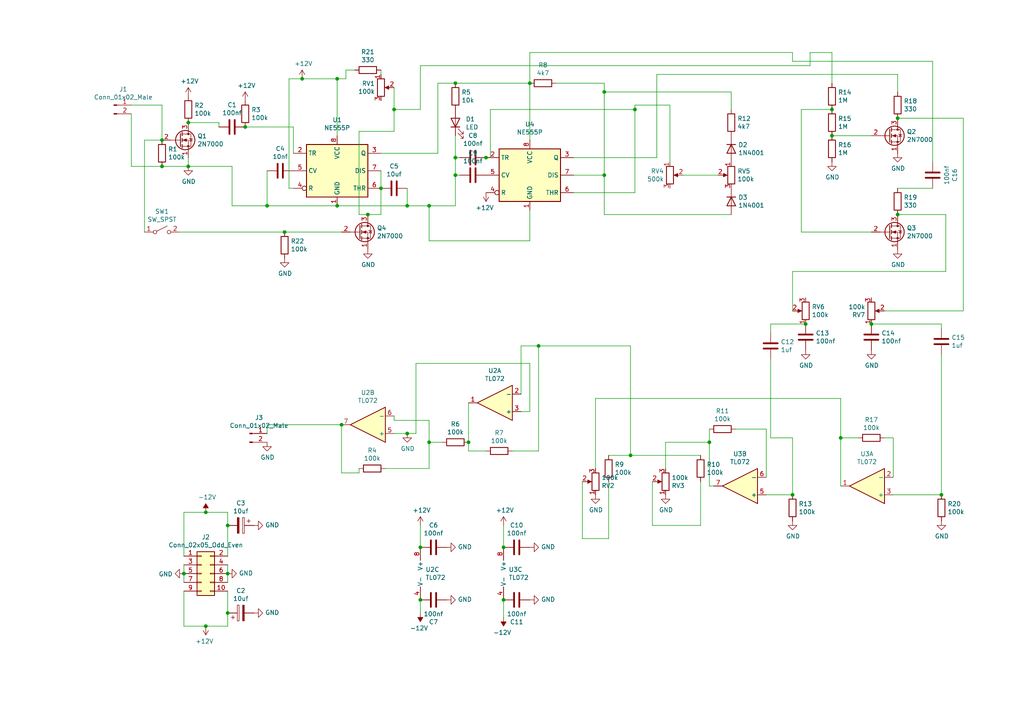
<source format=kicad_sch>
(kicad_sch (version 20211123) (generator eeschema)
  (paper "A4")
  (title_block (title "555 Techno Kick") (date "2022-08-02") (rev "0.3"))
  (lib_symbols
    (symbol "555kick-rescue:+12V-power" (power) (pin_names (offset 0))
      (property "Value" "+12V-power" (at 0 3.556 0))
      (symbol "+12V-power_0_1"
        (polyline (pts (xy -0.762 1.27) (xy 0 2.54)))
        (polyline (pts (xy 0 0) (xy 0 2.54)))
        (polyline (pts (xy 0 2.54) (xy 0.762 1.27)))
      )
      (symbol "+12V-power_1_1"
        (pin power_in line (at 0 0 90) (length 0) hide (name "+12V") (number "1"))
      )
    )
    (symbol "555kick-rescue:-12V-power" (power) (pin_names (offset 0))
      (property "Value" "-12V-power" (at 0 3.81 0))
      (symbol "-12V-power_0_0"
        (pin power_in line (at 0 0 90) (length 0) hide (name "-12V") (number "1"))
      )
      (symbol "-12V-power_0_1"
        (polyline (pts (xy 0 0) (xy 0 1.27) (xy 0.762 1.27) (xy 0 2.54) (xy -0.762 1.27) (xy 0 1.27)) (fill (type outline)))
      )
    )
    (symbol "555kick-rescue:1N4001-Diode" (pin_numbers hide) (pin_names (offset 1.016) hide)
      (property "Reference" "D" (at 0 2.54 0))
      (property "Value" "1N4001-Diode" (at 0 -2.54 0))
      (symbol "1N4001-Diode_0_1"
        (polyline (pts (xy -1.27 1.27) (xy -1.27 -1.27)) (stroke (width 0.254)))
        (polyline (pts (xy 1.27 0) (xy -1.27 0)))
        (polyline (pts (xy 1.27 1.27) (xy 1.27 -1.27) (xy -1.27 0) (xy 1.27 1.27)) (stroke (width 0.254)))
      )
      (symbol "1N4001-Diode_1_1"
        (pin passive line (at -3.81 0 0) (length 2.54) (name "K") (number "1"))
        (pin passive line (at 3.81 0 180) (length 2.54) (name "A") (number "2"))
      )
    )
    (symbol "555kick-rescue:2N7000-Transistor_FET" (pin_names hide)
      (property "Reference" "Q" (at 5.08 1.905 0))
      (property "Value" "2N7000-Transistor_FET" (at 5.08 0 0))
      (symbol "2N7000-Transistor_FET_0_1"
        (polyline (pts (xy 0.254 0) (xy -2.54 0)))
        (polyline (pts (xy 0.254 1.905) (xy 0.254 -1.905)) (stroke (width 0.254)))
        (polyline (pts (xy 0.762 -1.27) (xy 0.762 -2.286)) (stroke (width 0.254)))
        (polyline (pts (xy 0.762 0.508) (xy 0.762 -0.508)) (stroke (width 0.254)))
        (polyline (pts (xy 0.762 2.286) (xy 0.762 1.27)) (stroke (width 0.254)))
        (polyline (pts (xy 2.54 2.54) (xy 2.54 1.778)))
        (polyline (pts (xy 2.54 -2.54) (xy 2.54 0) (xy 0.762 0)))
        (polyline (pts (xy 0.762 -1.778) (xy 3.302 -1.778) (xy 3.302 1.778) (xy 0.762 1.778)))
        (polyline (pts (xy 1.016 0) (xy 2.032 0.381) (xy 2.032 -0.381) (xy 1.016 0)) (fill (type outline)))
        (polyline (pts (xy 2.794 0.508) (xy 2.921 0.381) (xy 3.683 0.381) (xy 3.81 0.254)))
        (polyline (pts (xy 3.302 0.381) (xy 2.921 -0.254) (xy 3.683 -0.254) (xy 3.302 0.381)))
        (circle (center 1.651 0) (radius 2.794) (stroke (width 0.254)))
        (circle (center 2.54 -1.778) (radius 0.254) (fill (type outline)))
        (circle (center 2.54 1.778) (radius 0.254) (fill (type outline)))
      )
      (symbol "2N7000-Transistor_FET_1_1"
        (pin passive line (at 2.54 -5.08 90) (length 2.54) (name "S") (number "1"))
        (pin input line (at -5.08 0 0) (length 2.54) (name "G") (number "2"))
        (pin passive line (at 2.54 5.08 270) (length 2.54) (name "D") (number "3"))
      )
    )
    (symbol "555kick-rescue:C-Device" (pin_numbers hide) (pin_names (offset 0.254))
      (property "Reference" "C" (at 0.635 2.54 0))
      (property "Value" "C-Device" (at 0.635 -2.54 0))
      (symbol "C-Device_0_1"
        (polyline (pts (xy -2.032 -0.762) (xy 2.032 -0.762)) (stroke (width 0.508)))
        (polyline (pts (xy -2.032 0.762) (xy 2.032 0.762)) (stroke (width 0.508)))
      )
      (symbol "C-Device_1_1"
        (pin passive line (at 0 3.81 270) (length 2.794) (name "~") (number "1"))
        (pin passive line (at 0 -3.81 90) (length 2.794) (name "~") (number "2"))
      )
    )
    (symbol "555kick-rescue:CP-Device" (pin_numbers hide) (pin_names (offset 0.254))
      (property "Reference" "C" (at 0.635 2.54 0))
      (property "Value" "CP-Device" (at 0.635 -2.54 0))
      (symbol "CP-Device_0_1"
        (rectangle (start -2.286 0.508) (end 2.286 1.016))
        (polyline (pts (xy -1.778 2.286) (xy -0.762 2.286)))
        (polyline (pts (xy -1.27 2.794) (xy -1.27 1.778)))
        (rectangle (start 2.286 -0.508) (end -2.286 -1.016) (fill (type outline)))
      )
      (symbol "CP-Device_1_1"
        (pin passive line (at 0 3.81 270) (length 2.794) (name "~") (number "1"))
        (pin passive line (at 0 -3.81 90) (length 2.794) (name "~") (number "2"))
      )
    )
    (symbol "555kick-rescue:Conn_01x02_Male-Connector" (pin_names (offset 1.016) hide)
      (property "Reference" "J" (at 0 2.54 0))
      (property "Value" "Conn_01x02_Male-Connector" (at 0 -5.08 0))
      (symbol "Conn_01x02_Male-Connector_1_1"
        (polyline (pts (xy 1.27 -2.54) (xy 0.8636 -2.54)) (stroke (width 0.1524)))
        (polyline (pts (xy 1.27 0) (xy 0.8636 0)) (stroke (width 0.1524)))
        (rectangle (start 0.8636 -2.413) (end 0 -2.667) (stroke (width 0.1524)) (fill (type outline)))
        (rectangle (start 0.8636 0.127) (end 0 -0.127) (stroke (width 0.1524)) (fill (type outline)))
        (pin passive line (at 5.08 0 180) (length 3.81) (name "Pin_1") (number "1"))
        (pin passive line (at 5.08 -2.54 180) (length 3.81) (name "Pin_2") (number "2"))
      )
    )
    (symbol "555kick-rescue:Conn_02x05_Odd_Even-Connector_Generic" (pin_names (offset 1.016) hide)
      (property "Reference" "J" (at 1.27 7.62 0))
      (property "Value" "Conn_02x05_Odd_Even-Connector_Generic" (at 1.27 -7.62 0))
      (symbol "Conn_02x05_Odd_Even-Connector_Generic_1_1"
        (rectangle (start -1.27 -4.953) (end 0 -5.207) (stroke (width 0.1524)))
        (rectangle (start -1.27 -2.413) (end 0 -2.667) (stroke (width 0.1524)))
        (rectangle (start -1.27 0.127) (end 0 -0.127) (stroke (width 0.1524)))
        (rectangle (start -1.27 2.667) (end 0 2.413) (stroke (width 0.1524)))
        (rectangle (start -1.27 5.207) (end 0 4.953) (stroke (width 0.1524)))
        (rectangle (start -1.27 6.35) (end 3.81 -6.35) (stroke (width 0.254)) (fill (type background)))
        (rectangle (start 3.81 -4.953) (end 2.54 -5.207) (stroke (width 0.1524)))
        (rectangle (start 3.81 -2.413) (end 2.54 -2.667) (stroke (width 0.1524)))
        (rectangle (start 3.81 0.127) (end 2.54 -0.127) (stroke (width 0.1524)))
        (rectangle (start 3.81 2.667) (end 2.54 2.413) (stroke (width 0.1524)))
        (rectangle (start 3.81 5.207) (end 2.54 4.953) (stroke (width 0.1524)))
        (pin passive line (at -5.08 5.08 0) (length 3.81) (name "Pin_1") (number "1"))
        (pin passive line (at 7.62 -5.08 180) (length 3.81) (name "Pin_10") (number "10"))
        (pin passive line (at 7.62 5.08 180) (length 3.81) (name "Pin_2") (number "2"))
        (pin passive line (at -5.08 2.54 0) (length 3.81) (name "Pin_3") (number "3"))
        (pin passive line (at 7.62 2.54 180) (length 3.81) (name "Pin_4") (number "4"))
        (pin passive line (at -5.08 0 0) (length 3.81) (name "Pin_5") (number "5"))
        (pin passive line (at 7.62 0 180) (length 3.81) (name "Pin_6") (number "6"))
        (pin passive line (at -5.08 -2.54 0) (length 3.81) (name "Pin_7") (number "7"))
        (pin passive line (at 7.62 -2.54 180) (length 3.81) (name "Pin_8") (number "8"))
        (pin passive line (at -5.08 -5.08 0) (length 3.81) (name "Pin_9") (number "9"))
      )
    )
    (symbol "555kick-rescue:GND-power" (power) (pin_names (offset 0))
      (property "Value" "GND-power" (at 0 -3.81 0))
      (symbol "GND-power_0_1"
        (polyline (pts (xy 0 0) (xy 0 -1.27) (xy 1.27 -1.27) (xy 0 -2.54) (xy -1.27 -1.27) (xy 0 -1.27)))
      )
      (symbol "GND-power_1_1"
        (pin power_in line (at 0 0 270) (length 0) hide (name "GND") (number "1"))
      )
    )
    (symbol "555kick-rescue:LED-Device" (pin_numbers hide) (pin_names (offset 1.016) hide)
      (property "Reference" "D" (at 0 2.54 0))
      (property "Value" "LED-Device" (at 0 -2.54 0))
      (symbol "LED-Device_0_1"
        (polyline (pts (xy -1.27 -1.27) (xy -1.27 1.27)) (stroke (width 0.254)))
        (polyline (pts (xy -1.27 0) (xy 1.27 0)))
        (polyline (pts (xy 1.27 -1.27) (xy 1.27 1.27) (xy -1.27 0) (xy 1.27 -1.27)) (stroke (width 0.254)))
        (polyline (pts (xy -3.048 -0.762) (xy -4.572 -2.286) (xy -3.81 -2.286) (xy -4.572 -2.286) (xy -4.572 -1.524)))
        (polyline (pts (xy -1.778 -0.762) (xy -3.302 -2.286) (xy -2.54 -2.286) (xy -3.302 -2.286) (xy -3.302 -1.524)))
      )
      (symbol "LED-Device_1_1"
        (pin passive line (at -3.81 0 0) (length 2.54) (name "K") (number "1"))
        (pin passive line (at 3.81 0 180) (length 2.54) (name "A") (number "2"))
      )
    )
    (symbol "555kick-rescue:NE555P-Timer"
      (property "Reference" "U" (at -10.16 8.89 0))
      (property "Value" "NE555P-Timer" (at 2.54 8.89 0))
      (symbol "NE555P-Timer_0_0"
        (pin power_in line (at 0 -10.16 90) (length 2.54) (name "GND") (number "1"))
        (pin power_in line (at 0 10.16 270) (length 2.54) (name "VCC") (number "8"))
      )
      (symbol "NE555P-Timer_0_1"
        (rectangle (start -8.89 -7.62) (end 8.89 7.62) (stroke (width 0.254)) (fill (type background)))
        (rectangle (start -8.89 -7.62) (end 8.89 7.62) (stroke (width 0.254)) (fill (type background)))
      )
      (symbol "NE555P-Timer_1_1"
        (pin input line (at -12.7 5.08 0) (length 3.81) (name "TR") (number "2"))
        (pin output line (at 12.7 5.08 180) (length 3.81) (name "Q") (number "3"))
        (pin input inverted (at -12.7 -5.08 0) (length 3.81) (name "R") (number "4"))
        (pin input line (at -12.7 0 0) (length 3.81) (name "CV") (number "5"))
        (pin input line (at 12.7 -5.08 180) (length 3.81) (name "THR") (number "6"))
        (pin input line (at 12.7 0 180) (length 3.81) (name "DIS") (number "7"))
      )
    )
    (symbol "555kick-rescue:R-Device" (pin_numbers hide) (pin_names (offset 0))
      (property "Reference" "R" (at 2.032 0 90))
      (property "Value" "R-Device" (at 0 0 90))
      (symbol "R-Device_0_1"
        (rectangle (start -1.016 -2.54) (end 1.016 2.54) (stroke (width 0.254)))
      )
      (symbol "R-Device_1_1"
        (pin passive line (at 0 3.81 270) (length 1.27) (name "~") (number "1"))
        (pin passive line (at 0 -3.81 90) (length 1.27) (name "~") (number "2"))
      )
    )
    (symbol "555kick-rescue:R_POT-Device" (pin_names (offset 1.016) hide)
      (property "Reference" "RV" (at -4.445 0 90))
      (property "Value" "R_POT-Device" (at -2.54 0 90))
      (symbol "R_POT-Device_0_1"
        (polyline (pts (xy 2.54 0) (xy 1.524 0)))
        (polyline (pts (xy 1.143 0) (xy 2.286 0.508) (xy 2.286 -0.508) (xy 1.143 0)) (fill (type outline)))
        (rectangle (start 1.016 2.54) (end -1.016 -2.54) (stroke (width 0.254)))
      )
      (symbol "R_POT-Device_1_1"
        (pin passive line (at 0 3.81 270) (length 1.27) (name "1") (number "1"))
        (pin passive line (at 3.81 0 180) (length 1.27) (name "2") (number "2"))
        (pin passive line (at 0 -3.81 90) (length 1.27) (name "3") (number "3"))
      )
    )
    (symbol "555kick-rescue:SW_SPST-Switch" (pin_names (offset 0) hide)
      (property "Reference" "SW" (at 0 3.175 0))
      (property "Value" "SW_SPST-Switch" (at 0 -2.54 0))
      (symbol "SW_SPST-Switch_0_0"
        (circle (center -2.032 0) (radius 0.508))
        (polyline (pts (xy -1.524 0.254) (xy 1.524 1.778)))
        (circle (center 2.032 0) (radius 0.508))
      )
      (symbol "SW_SPST-Switch_1_1"
        (pin passive line (at -5.08 0 0) (length 2.54) (name "A") (number "1"))
        (pin passive line (at 5.08 0 180) (length 2.54) (name "B") (number "2"))
      )
    )
    (symbol "555kick-rescue:TL072-Amplifier_Operational" (pin_names (offset 0.127))
      (property "Reference" "U" (at 0 5.08 0))
      (property "Value" "TL072-Amplifier_Operational" (at 0 -5.08 0))
      (symbol "TL072-Amplifier_Operational_1_1"
        (polyline (pts (xy -5.08 5.08) (xy 5.08 0) (xy -5.08 -5.08) (xy -5.08 5.08)) (stroke (width 0.254)) (fill (type background)))
        (pin output line (at 7.62 0 180) (length 2.54) (name "~") (number "1"))
        (pin input line (at -7.62 -2.54 0) (length 2.54) (name "-") (number "2"))
        (pin input line (at -7.62 2.54 0) (length 2.54) (name "+") (number "3"))
      )
      (symbol "TL072-Amplifier_Operational_2_1"
        (polyline (pts (xy -5.08 5.08) (xy 5.08 0) (xy -5.08 -5.08) (xy -5.08 5.08)) (stroke (width 0.254)) (fill (type background)))
        (pin input line (at -7.62 2.54 0) (length 2.54) (name "+") (number "5"))
        (pin input line (at -7.62 -2.54 0) (length 2.54) (name "-") (number "6"))
        (pin output line (at 7.62 0 180) (length 2.54) (name "~") (number "7"))
      )
      (symbol "TL072-Amplifier_Operational_3_1"
        (pin power_in line (at -2.54 -7.62 90) (length 3.81) (name "V-") (number "4"))
        (pin power_in line (at -2.54 7.62 270) (length 3.81) (name "V+") (number "8"))
      )
    )
  )
  (junction (at 118.11 59.69))
  (junction (at 229.87 143.51))
  (junction (at 184.15 31.75))
  (junction (at 66.04 152.4))
  (junction (at 132.08 45.72))
  (junction (at 132.08 50.8))
  (junction (at 110.49 54.61))
  (junction (at 97.79 22.86))
  (junction (at 153.67 24.13))
  (junction (at 132.08 24.13))
  (junction (at 260.35 34.29))
  (junction (at 59.69 148.59))
  (junction (at 118.11 125.73))
  (junction (at 121.92 173.99))
  (junction (at 54.61 48.26))
  (junction (at 146.05 173.99))
  (junction (at 99.06 123.19))
  (junction (at 233.68 93.98))
  (junction (at 121.92 158.75))
  (junction (at 46.99 48.26))
  (junction (at 252.73 93.98))
  (junction (at 87.63 22.86))
  (junction (at 59.69 181.61))
  (junction (at 71.12 36.83))
  (junction (at 182.88 132.08))
  (junction (at 205.74 128.27))
  (junction (at 175.26 26.67))
  (junction (at 124.46 128.27))
  (junction (at 77.47 59.69))
  (junction (at 114.3 31.75))
  (junction (at 54.61 35.56))
  (junction (at 97.79 59.69))
  (junction (at 66.04 177.8))
  (junction (at 66.04 166.37))
  (junction (at 82.55 67.31))
  (junction (at 260.35 62.23))
  (junction (at 156.21 100.33))
  (junction (at 140.97 45.72))
  (junction (at 243.84 127))
  (junction (at 124.46 59.69))
  (junction (at 135.89 128.27))
  (junction (at 241.3 39.37))
  (junction (at 241.3 31.75))
  (junction (at 46.99 40.64))
  (junction (at 175.26 50.8))
  (junction (at 146.05 158.75))
  (junction (at 273.05 143.51))
  (junction (at 53.34 166.37))
  (junction (at 106.68 62.23))
  (wire (pts (xy 166.37 55.88) (xy 184.15 55.88)))
  (wire (pts (xy 114.3 125.73) (xy 118.11 125.73)))
  (wire (pts (xy 53.34 181.61) (xy 59.69 181.61)))
  (wire (pts (xy 175.26 50.8) (xy 166.37 50.8)))
  (wire (pts (xy 229.87 127) (xy 229.87 143.51)))
  (wire (pts (xy 243.84 127) (xy 248.92 127)))
  (wire (pts (xy 243.84 140.97) (xy 243.84 127)))
  (wire (pts (xy 87.63 22.86) (xy 97.79 22.86)))
  (wire (pts (xy 128.27 128.27) (xy 124.46 128.27)))
  (wire (pts (xy 77.47 123.19) (xy 77.47 125.73)))
  (wire (pts (xy 274.32 78.74) (xy 229.87 78.74)))
  (wire (pts (xy 190.5 45.72) (xy 190.5 21.59)))
  (wire (pts (xy 124.46 121.92) (xy 114.3 121.92)))
  (wire (pts (xy 118.11 59.69) (xy 97.79 59.69)))
  (wire (pts (xy 104.14 137.16) (xy 104.14 135.89)))
  (wire (pts (xy 279.4 90.17) (xy 256.54 90.17)))
  (wire (pts (xy 151.13 100.33) (xy 151.13 114.3)))
  (wire (pts (xy 140.97 130.81) (xy 135.89 130.81)))
  (wire (pts (xy 52.07 67.31) (xy 82.55 67.31)))
  (wire (pts (xy 212.09 26.67) (xy 175.26 26.67)))
  (wire (pts (xy 166.37 45.72) (xy 190.5 45.72)))
  (wire (pts (xy 182.88 100.33) (xy 156.21 100.33)))
  (wire (pts (xy 114.3 25.4) (xy 114.3 31.75)))
  (wire (pts (xy 118.11 54.61) (xy 118.11 59.69)))
  (wire (pts (xy 142.24 31.75) (xy 184.15 31.75)))
  (wire (pts (xy 124.46 69.85) (xy 153.67 69.85)))
  (wire (pts (xy 229.87 78.74) (xy 229.87 90.17)))
  (wire (pts (xy 63.5 35.56) (xy 63.5 36.83)))
  (wire (pts (xy 83.82 22.86) (xy 87.63 22.86)))
  (wire (pts (xy 82.55 67.31) (xy 99.06 67.31)))
  (wire (pts (xy 153.67 105.41) (xy 153.67 119.38)))
  (wire (pts (xy 142.24 45.72) (xy 142.24 31.75)))
  (wire (pts (xy 97.79 59.69) (xy 77.47 59.69)))
  (wire (pts (xy 140.97 45.72) (xy 142.24 45.72)))
  (wire (pts (xy 229.87 17.78) (xy 270.51 17.78)))
  (wire (pts (xy 67.31 48.26) (xy 54.61 48.26)))
  (wire (pts (xy 146.05 152.4) (xy 146.05 158.75)))
  (wire (pts (xy 46.99 30.48) (xy 46.99 40.64)))
  (wire (pts (xy 83.82 54.61) (xy 85.09 54.61)))
  (wire (pts (xy 67.31 59.69) (xy 67.31 48.26)))
  (wire (pts (xy 124.46 128.27) (xy 124.46 121.92)))
  (wire (pts (xy 189.23 152.4) (xy 203.2 152.4)))
  (wire (pts (xy 279.4 34.29) (xy 279.4 90.17)))
  (wire (pts (xy 66.04 177.8) (xy 66.04 171.45)))
  (wire (pts (xy 172.72 115.57) (xy 172.72 135.89)))
  (wire (pts (xy 243.84 127) (xy 243.84 115.57)))
  (wire (pts (xy 223.52 104.14) (xy 223.52 127)))
  (wire (pts (xy 46.99 40.64) (xy 41.91 40.64)))
  (wire (pts (xy 234.95 15.24) (xy 241.3 15.24)))
  (wire (pts (xy 127 24.13) (xy 132.08 24.13)))
  (wire (pts (xy 114.3 31.75) (xy 114.3 38.1)))
  (wire (pts (xy 229.87 15.24) (xy 229.87 17.78)))
  (wire (pts (xy 222.25 124.46) (xy 213.36 124.46)))
  (wire (pts (xy 77.47 59.69) (xy 67.31 59.69)))
  (wire (pts (xy 120.65 125.73) (xy 120.65 105.41)))
  (wire (pts (xy 184.15 31.75) (xy 184.15 55.88)))
  (wire (pts (xy 222.25 124.46) (xy 222.25 138.43)))
  (wire (pts (xy 118.11 59.69) (xy 124.46 59.69)))
  (wire (pts (xy 205.74 128.27) (xy 205.74 140.97)))
  (wire (pts (xy 133.35 45.72) (xy 132.08 45.72)))
  (wire (pts (xy 124.46 59.69) (xy 124.46 69.85)))
  (wire (pts (xy 133.35 50.8) (xy 132.08 50.8)))
  (wire (pts (xy 190.5 21.59) (xy 260.35 21.59)))
  (wire (pts (xy 114.3 121.92) (xy 114.3 120.65)))
  (wire (pts (xy 54.61 48.26) (xy 54.61 45.72)))
  (wire (pts (xy 168.91 139.7) (xy 168.91 156.21)))
  (wire (pts (xy 121.92 173.99) (xy 121.92 177.8)))
  (wire (pts (xy 97.79 22.86) (xy 100.33 22.86)))
  (wire (pts (xy 54.61 35.56) (xy 63.5 35.56)))
  (wire (pts (xy 120.65 105.41) (xy 153.67 105.41)))
  (wire (pts (xy 135.89 130.81) (xy 135.89 128.27)))
  (wire (pts (xy 132.08 39.37) (xy 132.08 45.72)))
  (wire (pts (xy 110.49 44.45) (xy 127 44.45)))
  (wire (pts (xy 156.21 100.33) (xy 156.21 130.81)))
  (wire (pts (xy 99.06 123.19) (xy 77.47 123.19)))
  (wire (pts (xy 53.34 171.45) (xy 53.34 181.61)))
  (wire (pts (xy 212.09 31.75) (xy 212.09 26.67)))
  (wire (pts (xy 77.47 49.53) (xy 77.47 59.69)))
  (wire (pts (xy 106.68 62.23) (xy 110.49 62.23)))
  (wire (pts (xy 259.08 127) (xy 259.08 138.43)))
  (wire (pts (xy 153.67 119.38) (xy 151.13 119.38)))
  (wire (pts (xy 256.54 127) (xy 259.08 127)))
  (wire (pts (xy 182.88 132.08) (xy 176.53 132.08)))
  (wire (pts (xy 223.52 127) (xy 229.87 127)))
  (wire (pts (xy 153.67 15.24) (xy 229.87 15.24)))
  (wire (pts (xy 205.74 128.27) (xy 193.04 128.27)))
  (wire (pts (xy 175.26 26.67) (xy 175.26 50.8)))
  (wire (pts (xy 97.79 39.37) (xy 97.79 22.86)))
  (wire (pts (xy 110.49 20.32) (xy 110.49 21.59)))
  (wire (pts (xy 194.31 46.99) (xy 194.31 30.48)))
  (wire (pts (xy 252.73 93.98) (xy 273.05 93.98)))
  (wire (pts (xy 121.92 19.05) (xy 234.95 19.05)))
  (wire (pts (xy 127 44.45) (xy 127 24.13)))
  (wire (pts (xy 83.82 22.86) (xy 83.82 54.61)))
  (wire (pts (xy 161.29 24.13) (xy 175.26 24.13)))
  (wire (pts (xy 153.67 69.85) (xy 153.67 60.96)))
  (wire (pts (xy 66.04 168.91) (xy 66.04 166.37)))
  (wire (pts (xy 132.08 45.72) (xy 132.08 50.8)))
  (wire (pts (xy 59.69 148.59) (xy 66.04 148.59)))
  (wire (pts (xy 274.32 62.23) (xy 274.32 78.74)))
  (wire (pts (xy 111.76 135.89) (xy 124.46 135.89)))
  (wire (pts (xy 121.92 31.75) (xy 121.92 19.05)))
  (wire (pts (xy 53.34 163.83) (xy 53.34 166.37)))
  (wire (pts (xy 241.3 15.24) (xy 241.3 24.13)))
  (wire (pts (xy 260.35 62.23) (xy 274.32 62.23)))
  (wire (pts (xy 229.87 143.51) (xy 222.25 143.51)))
  (wire (pts (xy 132.08 59.69) (xy 124.46 59.69)))
  (wire (pts (xy 114.3 31.75) (xy 121.92 31.75)))
  (wire (pts (xy 260.35 34.29) (xy 279.4 34.29)))
  (wire (pts (xy 100.33 22.86) (xy 100.33 20.32)))
  (wire (pts (xy 203.2 152.4) (xy 203.2 139.7)))
  (wire (pts (xy 212.09 62.23) (xy 175.26 62.23)))
  (wire (pts (xy 132.08 50.8) (xy 132.08 59.69)))
  (wire (pts (xy 118.11 125.73) (xy 120.65 125.73)))
  (wire (pts (xy 53.34 161.29) (xy 53.34 148.59)))
  (wire (pts (xy 46.99 48.26) (xy 54.61 48.26)))
  (wire (pts (xy 252.73 95.25) (xy 252.73 93.98)))
  (wire (pts (xy 205.74 124.46) (xy 205.74 128.27)))
  (wire (pts (xy 71.12 36.83) (xy 85.09 36.83)))
  (wire (pts (xy 241.3 31.75) (xy 232.41 31.75)))
  (wire (pts (xy 260.35 21.59) (xy 260.35 26.67)))
  (wire (pts (xy 234.95 19.05) (xy 234.95 15.24)))
  (wire (pts (xy 223.52 93.98) (xy 233.68 93.98)))
  (wire (pts (xy 66.04 152.4) (xy 66.04 161.29)))
  (wire (pts (xy 124.46 135.89) (xy 124.46 128.27)))
  (wire (pts (xy 270.51 54.61) (xy 260.35 54.61)))
  (wire (pts (xy 53.34 166.37) (xy 53.34 168.91)))
  (wire (pts (xy 175.26 62.23) (xy 175.26 50.8)))
  (wire (pts (xy 203.2 132.08) (xy 182.88 132.08)))
  (wire (pts (xy 176.53 156.21) (xy 176.53 139.7)))
  (wire (pts (xy 99.06 123.19) (xy 99.06 137.16)))
  (wire (pts (xy 182.88 132.08) (xy 182.88 100.33)))
  (wire (pts (xy 232.41 31.75) (xy 232.41 67.31)))
  (wire (pts (xy 85.09 36.83) (xy 85.09 44.45)))
  (wire (pts (xy 132.08 24.13) (xy 153.67 24.13)))
  (wire (pts (xy 153.67 24.13) (xy 153.67 15.24)))
  (wire (pts (xy 273.05 143.51) (xy 259.08 143.51)))
  (wire (pts (xy 53.34 148.59) (xy 59.69 148.59)))
  (wire (pts (xy 104.14 38.1) (xy 104.14 62.23)))
  (wire (pts (xy 66.04 163.83) (xy 66.04 166.37)))
  (wire (pts (xy 38.1 33.02) (xy 38.1 48.26)))
  (wire (pts (xy 114.3 38.1) (xy 104.14 38.1)))
  (wire (pts (xy 232.41 67.31) (xy 252.73 67.31)))
  (wire (pts (xy 194.31 30.48) (xy 184.15 30.48)))
  (wire (pts (xy 205.74 140.97) (xy 207.01 140.97)))
  (wire (pts (xy 168.91 156.21) (xy 176.53 156.21)))
  (wire (pts (xy 104.14 62.23) (xy 106.68 62.23)))
  (wire (pts (xy 153.67 24.13) (xy 153.67 40.64)))
  (wire (pts (xy 100.33 20.32) (xy 102.87 20.32)))
  (wire (pts (xy 59.69 181.61) (xy 66.04 181.61)))
  (wire (pts (xy 273.05 143.51) (xy 273.05 102.87)))
  (wire (pts (xy 66.04 148.59) (xy 66.04 152.4)))
  (wire (pts (xy 243.84 115.57) (xy 172.72 115.57)))
  (wire (pts (xy 270.51 46.99) (xy 270.51 17.78)))
  (wire (pts (xy 66.04 181.61) (xy 66.04 177.8)))
  (wire (pts (xy 241.3 39.37) (xy 252.73 39.37)))
  (wire (pts (xy 156.21 130.81) (xy 148.59 130.81)))
  (wire (pts (xy 110.49 49.53) (xy 110.49 54.61)))
  (wire (pts (xy 193.04 128.27) (xy 193.04 135.89)))
  (wire (pts (xy 38.1 30.48) (xy 46.99 30.48)))
  (wire (pts (xy 175.26 24.13) (xy 175.26 26.67)))
  (wire (pts (xy 189.23 139.7) (xy 189.23 152.4)))
  (wire (pts (xy 135.89 128.27) (xy 135.89 116.84)))
  (wire (pts (xy 156.21 100.33) (xy 151.13 100.33)))
  (wire (pts (xy 99.06 137.16) (xy 104.14 137.16)))
  (wire (pts (xy 121.92 152.4) (xy 121.92 158.75)))
  (wire (pts (xy 110.49 62.23) (xy 110.49 54.61)))
  (wire (pts (xy 198.12 50.8) (xy 208.28 50.8)))
  (wire (pts (xy 273.05 93.98) (xy 273.05 95.25)))
  (wire (pts (xy 223.52 96.52) (xy 223.52 93.98)))
  (wire (pts (xy 184.15 30.48) (xy 184.15 31.75)))
  (wire (pts (xy 146.05 179.07) (xy 146.05 173.99)))
  (wire (pts (xy 38.1 48.26) (xy 46.99 48.26)))
  (wire (pts (xy 41.91 40.64) (xy 41.91 67.31)))
  (symbol (lib_id "555kick-rescue:Conn_01x02_Male-Connector") (at 33.02 30.48 0) (unit 1)
    (property "Reference" "J1" (at 35.7632 25.8826 0))
    (property "Value" "Conn_01x02_Male" (at 35.7632 28.194 0))
    (property "Footprint" "Connector_PinHeader_2.54mm:PinHeader_1x02_P2.54mm_Vertical" (effects hide))
  )
  (symbol (lib_id "555kick-rescue:2N7000-Transistor_FET") (at 52.07 40.64 0) (unit 1)
    (property "Reference" "Q1" (at 57.2516 39.4716 0) (effects (justify left)))
    (property "Value" "2N7000" (at 57.2516 41.783 0) (effects (justify left)))
    (property "Footprint" "Package_TO_SOT_THT:TO-92_Wide" (effects hide))
    (property "Datasheet" "https://www.onsemi.com/pub/Collateral/NDS7002A-D.PDF" (effects hide))
  )
  (symbol (lib_id "555kick-rescue:R-Device") (at 46.99 44.45 0) (unit 1)
    (property "Reference" "R1" (at 48.768 43.2816 0) (effects (justify left)))
    (property "Value" "100k" (at 48.768 45.593 0) (effects (justify left)))
    (property "Footprint" "Resistor_THT:R_Axial_DIN0204_L3.6mm_D1.6mm_P2.54mm_Vertical" (effects hide))
  )
  (symbol (lib_id "555kick-rescue:+12V-power") (at 54.61 27.94 0) (unit 1)
    (property "Reference" "#PWR02" (effects hide))
    (property "Value" "+12V" (at 54.991 23.5458 0))
  )
  (symbol (lib_id "555kick-rescue:GND-power") (at 54.61 48.26 0) (unit 1)
    (property "Reference" "#PWR03" (effects hide))
    (property "Value" "GND" (at 54.737 52.6542 0))
  )
  (symbol (lib_id "555kick-rescue:R-Device") (at 54.61 31.75 0) (unit 1)
    (property "Reference" "R2" (at 56.388 30.5816 0) (effects (justify left)))
    (property "Value" "100k" (at 56.388 32.893 0) (effects (justify left)))
    (property "Footprint" "Resistor_THT:R_Axial_DIN0204_L3.6mm_D1.6mm_P2.54mm_Vertical" (effects hide))
  )
  (symbol (lib_id "555kick-rescue:C-Device") (at 67.31 36.83 270) (unit 1)
    (property "Reference" "C1" (at 67.31 30.4292 90))
    (property "Value" "100nf" (at 67.31 32.7406 90))
    (property "Footprint" "Capacitor_THT:C_Disc_D3.0mm_W1.6mm_P2.50mm" (effects hide))
  )
  (symbol (lib_id "555kick-rescue:R-Device") (at 71.12 33.02 0) (unit 1)
    (property "Reference" "R3" (at 72.898 31.8516 0) (effects (justify left)))
    (property "Value" "100k" (at 72.898 34.163 0) (effects (justify left)))
    (property "Footprint" "Resistor_THT:R_Axial_DIN0204_L3.6mm_D1.6mm_P2.54mm_Vertical" (effects hide))
  )
  (symbol (lib_id "555kick-rescue:+12V-power") (at 71.12 29.21 0) (unit 1)
    (property "Reference" "#PWR07" (effects hide))
    (property "Value" "+12V" (at 71.501 24.8158 0))
  )
  (symbol (lib_id "555kick-rescue:NE555P-Timer") (at 97.79 49.53 0) (unit 1)
    (property "Reference" "U1" (at 97.79 34.7726 0))
    (property "Value" "NE555P" (at 97.79 37.084 0))
    (property "Footprint" "Package_DIP:DIP-8_W7.62mm" (effects hide))
    (property "Datasheet" "http://www.ti.com/lit/ds/symlink/ne555.pdf" (effects hide))
  )
  (symbol (lib_id "555kick-rescue:+12V-power") (at 87.63 22.86 0) (unit 1)
    (property "Reference" "#PWR011" (effects hide))
    (property "Value" "+12V" (at 88.011 18.4658 0))
  )
  (symbol (lib_id "555kick-rescue:C-Device") (at 81.28 49.53 270) (unit 1)
    (property "Reference" "C4" (at 81.28 43.1292 90))
    (property "Value" "10nf" (at 81.28 45.4406 90))
    (property "Footprint" "Capacitor_THT:C_Disc_D3.0mm_W1.6mm_P2.50mm" (effects hide))
  )
  (symbol (lib_id "555kick-rescue:C-Device") (at 114.3 54.61 270) (unit 1)
    (property "Reference" "C5" (at 114.3 48.2092 90))
    (property "Value" "10uf" (at 114.3 50.5206 90))
    (property "Footprint" "Capacitor_THT:C_Disc_D4.3mm_W1.9mm_P5.00mm" (effects hide))
  )
  (symbol (lib_id "555kick-rescue:R_POT-Device") (at 110.49 25.4 0) (unit 1)
    (property "Reference" "RV1" (at 108.7374 24.2316 0) (effects (justify right)))
    (property "Value" "100k" (at 108.7374 26.543 0) (effects (justify right)))
    (property "Footprint" "Potentiometer_THT:Potentiometer_Alps_RK163_Single_Horizontal" (effects hide))
  )
  (symbol (lib_id "555kick-rescue:NE555P-Timer") (at 153.67 50.8 0) (unit 1)
    (property "Reference" "U4" (at 153.67 36.0426 0))
    (property "Value" "NE555P" (at 153.67 38.354 0))
    (property "Footprint" "Package_DIP:DIP-8_W7.62mm" (effects hide))
    (property "Datasheet" "http://www.ti.com/lit/ds/symlink/ne555.pdf" (effects hide))
  )
  (symbol (lib_id "555kick-rescue:R-Device") (at 132.08 27.94 0) (unit 1)
    (property "Reference" "R5" (at 133.858 26.7716 0) (effects (justify left)))
    (property "Value" "10k" (at 133.858 29.083 0) (effects (justify left)))
    (property "Footprint" "Resistor_THT:R_Axial_DIN0204_L3.6mm_D1.6mm_P2.54mm_Vertical" (effects hide))
  )
  (symbol (lib_id "555kick-rescue:LED-Device") (at 132.08 35.56 90) (unit 1)
    (property "Reference" "D1" (at 135.0772 34.5694 90) (effects (justify right)))
    (property "Value" "LED" (at 135.0772 36.8808 90) (effects (justify right)))
    (property "Footprint" "LED_THT:LED_D5.0mm" (effects hide))
  )
  (symbol (lib_id "555kick-rescue:C-Device") (at 137.16 45.72 270) (unit 1)
    (property "Reference" "C8" (at 137.16 39.3192 90))
    (property "Value" "100nf" (at 137.16 41.6306 90))
    (property "Footprint" "Capacitor_THT:C_Disc_D3.0mm_W1.6mm_P2.50mm" (effects hide))
  )
  (symbol (lib_id "555kick-rescue:C-Device") (at 137.16 50.8 270) (unit 1)
    (property "Reference" "C9" (at 137.16 44.3992 90))
    (property "Value" "100nf" (at 137.16 46.7106 90))
    (property "Footprint" "Capacitor_THT:C_Disc_D3.0mm_W1.6mm_P2.50mm" (effects hide))
  )
  (symbol (lib_id "555kick-rescue:R_POT-Device") (at 194.31 50.8 0) (unit 1)
    (property "Reference" "RV4" (at 192.5574 49.6316 0) (effects (justify right)))
    (property "Value" "500k" (at 192.5574 51.943 0) (effects (justify right)))
    (property "Footprint" "Potentiometer_THT:Potentiometer_Alps_RK163_Single_Horizontal" (effects hide))
  )
  (symbol (lib_id "555kick-rescue:R_POT-Device") (at 212.09 50.8 0) (mirror y) (unit 1)
    (property "Reference" "RV5" (at 213.868 49.6316 0) (effects (justify right)))
    (property "Value" "100k" (at 213.868 51.943 0) (effects (justify right)))
    (property "Footprint" "Potentiometer_THT:Potentiometer_Alps_RK163_Single_Horizontal" (effects hide))
  )
  (symbol (lib_id "555kick-rescue:1N4001-Diode") (at 212.09 43.18 270) (unit 1)
    (property "Reference" "D2" (at 214.122 42.0116 90) (effects (justify left)))
    (property "Value" "1N4001" (at 214.122 44.323 90) (effects (justify left)))
    (property "Footprint" "Diode_THT:D_DO-41_SOD81_P10.16mm_Horizontal" (effects hide))
    (property "Datasheet" "http://www.vishay.com/docs/88503/1n4001.pdf" (effects hide))
  )
  (symbol (lib_id "555kick-rescue:R-Device") (at 212.09 35.56 0) (unit 1)
    (property "Reference" "R12" (at 213.868 34.3916 0) (effects (justify left)))
    (property "Value" "4k7" (at 213.868 36.703 0) (effects (justify left)))
    (property "Footprint" "Resistor_THT:R_Axial_DIN0204_L3.6mm_D1.6mm_P2.54mm_Vertical" (effects hide))
  )
  (symbol (lib_id "555kick-rescue:R-Device") (at 106.68 20.32 90) (unit 1)
    (property "Reference" "R21" (at 106.68 15.0622 90))
    (property "Value" "330" (at 106.68 17.3736 90))
    (property "Footprint" "Resistor_THT:R_Axial_DIN0204_L3.6mm_D1.6mm_P2.54mm_Vertical" (effects hide))
  )
  (symbol (lib_id "555kick-rescue:1N4001-Diode") (at 212.09 58.42 270) (unit 1)
    (property "Reference" "D3" (at 214.122 57.2516 90) (effects (justify left)))
    (property "Value" "1N4001" (at 214.122 59.563 90) (effects (justify left)))
    (property "Footprint" "Diode_THT:D_DO-41_SOD81_P10.16mm_Horizontal" (effects hide))
    (property "Datasheet" "http://www.vishay.com/docs/88503/1n4001.pdf" (effects hide))
  )
  (symbol (lib_id "555kick-rescue:R-Device") (at 157.48 24.13 270) (unit 1)
    (property "Reference" "R8" (at 157.48 18.8722 90))
    (property "Value" "4k7" (at 157.48 21.1836 90))
    (property "Footprint" "Resistor_THT:R_Axial_DIN0204_L3.6mm_D1.6mm_P2.54mm_Vertical" (effects hide))
  )
  (symbol (lib_id "555kick-rescue:+12V-power") (at 140.97 55.88 180) (unit 1)
    (property "Reference" "#PWR017" (effects hide))
    (property "Value" "+12V" (at 140.589 60.2742 0))
  )
  (symbol (lib_id "555kick-rescue:R-Device") (at 241.3 27.94 0) (unit 1)
    (property "Reference" "R14" (at 243.078 26.7716 0) (effects (justify left)))
    (property "Value" "1M" (at 243.078 29.083 0) (effects (justify left)))
    (property "Footprint" "Resistor_THT:R_Axial_DIN0204_L3.6mm_D1.6mm_P2.54mm_Vertical" (effects hide))
  )
  (symbol (lib_id "555kick-rescue:R-Device") (at 241.3 35.56 0) (unit 1)
    (property "Reference" "R15" (at 243.078 34.3916 0) (effects (justify left)))
    (property "Value" "1M" (at 243.078 36.703 0) (effects (justify left)))
    (property "Footprint" "Resistor_THT:R_Axial_DIN0204_L3.6mm_D1.6mm_P2.54mm_Vertical" (effects hide))
  )
  (symbol (lib_id "555kick-rescue:R-Device") (at 241.3 43.18 0) (unit 1)
    (property "Reference" "R16" (at 243.078 42.0116 0) (effects (justify left)))
    (property "Value" "1M" (at 243.078 44.323 0) (effects (justify left)))
    (property "Footprint" "Resistor_THT:R_Axial_DIN0204_L3.6mm_D1.6mm_P2.54mm_Vertical" (effects hide))
  )
  (symbol (lib_id "555kick-rescue:GND-power") (at 241.3 46.99 0) (unit 1)
    (property "Reference" "#PWR026" (effects hide))
    (property "Value" "GND" (at 241.427 51.3842 0))
  )
  (symbol (lib_id "555kick-rescue:2N7000-Transistor_FET") (at 257.81 39.37 0) (unit 1)
    (property "Reference" "Q2" (at 262.9916 38.2016 0) (effects (justify left)))
    (property "Value" "2N7000" (at 262.9916 40.513 0) (effects (justify left)))
    (property "Footprint" "Package_TO_SOT_THT:TO-92_Wide" (effects hide))
    (property "Datasheet" "https://www.onsemi.com/pub/Collateral/NDS7002A-D.PDF" (effects hide))
  )
  (symbol (lib_id "555kick-rescue:2N7000-Transistor_FET") (at 257.81 67.31 0) (unit 1)
    (property "Reference" "Q3" (at 262.9916 66.1416 0) (effects (justify left)))
    (property "Value" "2N7000" (at 262.9916 68.453 0) (effects (justify left)))
    (property "Footprint" "Package_TO_SOT_THT:TO-92_Wide" (effects hide))
    (property "Datasheet" "https://www.onsemi.com/pub/Collateral/NDS7002A-D.PDF" (effects hide))
  )
  (symbol (lib_id "555kick-rescue:R-Device") (at 260.35 30.48 0) (unit 1)
    (property "Reference" "R18" (at 262.128 29.3116 0) (effects (justify left)))
    (property "Value" "330" (at 262.128 31.623 0) (effects (justify left)))
    (property "Footprint" "Resistor_THT:R_Axial_DIN0204_L3.6mm_D1.6mm_P2.54mm_Vertical" (effects hide))
  )
  (symbol (lib_id "555kick-rescue:R-Device") (at 260.35 58.42 0) (unit 1)
    (property "Reference" "R19" (at 262.128 57.2516 0) (effects (justify left)))
    (property "Value" "330" (at 262.128 59.563 0) (effects (justify left)))
    (property "Footprint" "Resistor_THT:R_Axial_DIN0204_L3.6mm_D1.6mm_P2.54mm_Vertical" (effects hide))
  )
  (symbol (lib_id "555kick-rescue:GND-power") (at 260.35 72.39 0) (unit 1)
    (property "Reference" "#PWR029" (effects hide))
    (property "Value" "GND" (at 260.477 76.7842 0))
  )
  (symbol (lib_id "555kick-rescue:GND-power") (at 260.35 44.45 0) (unit 1)
    (property "Reference" "#PWR028" (effects hide))
    (property "Value" "GND" (at 260.477 48.8442 0))
  )
  (symbol (lib_id "555kick-rescue:R_POT-Device") (at 233.68 90.17 180) (unit 1)
    (property "Reference" "RV6" (at 235.458 89.0016 0) (effects (justify right)))
    (property "Value" "100k" (at 235.458 91.313 0) (effects (justify right)))
    (property "Footprint" "Potentiometer_THT:Potentiometer_Alps_RK163_Single_Horizontal" (effects hide))
  )
  (symbol (lib_id "555kick-rescue:R_POT-Device") (at 252.73 90.17 0) (mirror x) (unit 1)
    (property "Reference" "RV7" (at 250.952 91.3384 0) (effects (justify right)))
    (property "Value" "100k" (at 250.952 89.027 0) (effects (justify right)))
    (property "Footprint" "Potentiometer_THT:Potentiometer_Alps_RK163_Single_Horizontal" (effects hide))
  )
  (symbol (lib_id "555kick-rescue:C-Device") (at 233.68 97.79 180) (unit 1)
    (property "Reference" "C13" (at 236.601 96.6216 0) (effects (justify right)))
    (property "Value" "100nf" (at 236.601 98.933 0) (effects (justify right)))
    (property "Footprint" "Capacitor_THT:C_Disc_D3.0mm_W1.6mm_P2.50mm" (effects hide))
  )
  (symbol (lib_id "555kick-rescue:C-Device") (at 252.73 97.79 180) (unit 1)
    (property "Reference" "C14" (at 255.651 96.6216 0) (effects (justify right)))
    (property "Value" "100nf" (at 255.651 98.933 0) (effects (justify right)))
    (property "Footprint" "Capacitor_THT:C_Disc_D3.0mm_W1.6mm_P2.50mm" (effects hide))
  )
  (symbol (lib_id "555kick-rescue:GND-power") (at 233.68 101.6 0) (unit 1)
    (property "Reference" "#PWR025" (effects hide))
    (property "Value" "GND" (at 233.807 105.9942 0))
  )
  (symbol (lib_id "555kick-rescue:GND-power") (at 252.73 101.6 0) (unit 1)
    (property "Reference" "#PWR027" (effects hide))
    (property "Value" "GND" (at 252.857 105.9942 0))
  )
  (symbol (lib_id "555kick-rescue:TL072-Amplifier_Operational") (at 251.46 140.97 180) (unit 1)
    (property "Reference" "U3" (at 251.46 131.6482 0))
    (property "Value" "TL072" (at 251.46 133.9596 0))
    (property "Footprint" "Package_DIP:DIP-8_W7.62mm" (effects hide))
    (property "Datasheet" "http://www.ti.com/lit/ds/symlink/tl071.pdf" (effects hide))
  )
  (symbol (lib_id "555kick-rescue:TL072-Amplifier_Operational") (at 214.63 140.97 180) (unit 2)
    (property "Reference" "U3" (at 214.63 131.6482 0))
    (property "Value" "TL072" (at 214.63 133.9596 0))
    (property "Footprint" "Package_DIP:DIP-8_W7.62mm" (effects hide))
    (property "Datasheet" "http://www.ti.com/lit/ds/symlink/tl071.pdf" (effects hide))
  )
  (symbol (lib_id "555kick-rescue:TL072-Amplifier_Operational") (at 148.59 166.37 0) (unit 3)
    (property "Reference" "U3" (at 147.5232 165.2016 0) (effects (justify left)))
    (property "Value" "TL072" (at 147.5232 167.513 0) (effects (justify left)))
    (property "Footprint" "Package_DIP:DIP-8_W7.62mm" (effects hide))
    (property "Datasheet" "http://www.ti.com/lit/ds/symlink/tl071.pdf" (effects hide))
  )
  (symbol (lib_id "555kick-rescue:TL072-Amplifier_Operational") (at 124.46 166.37 0) (unit 3)
    (property "Reference" "U2" (at 123.3932 165.2016 0) (effects (justify left)))
    (property "Value" "TL072" (at 123.3932 167.513 0) (effects (justify left)))
    (property "Footprint" "Package_DIP:DIP-8_W7.62mm" (effects hide))
    (property "Datasheet" "http://www.ti.com/lit/ds/symlink/tl071.pdf" (effects hide))
  )
  (symbol (lib_id "555kick-rescue:C-Device") (at 273.05 99.06 180) (unit 1)
    (property "Reference" "C15" (at 275.971 97.8916 0) (effects (justify right)))
    (property "Value" "1uf" (at 275.971 100.203 0) (effects (justify right)))
    (property "Footprint" "Capacitor_THT:C_Disc_D4.3mm_W1.9mm_P5.00mm" (effects hide))
  )
  (symbol (lib_id "555kick-rescue:2N7000-Transistor_FET") (at 104.14 67.31 0) (unit 1)
    (property "Reference" "Q4" (at 109.3216 66.1416 0) (effects (justify left)))
    (property "Value" "2N7000" (at 109.3216 68.453 0) (effects (justify left)))
    (property "Footprint" "Package_TO_SOT_THT:TO-92_Wide" (effects hide))
    (property "Datasheet" "https://www.onsemi.com/pub/Collateral/NDS7002A-D.PDF" (effects hide))
  )
  (symbol (lib_id "555kick-rescue:C-Device") (at 223.52 100.33 180) (unit 1)
    (property "Reference" "C12" (at 226.441 99.1616 0) (effects (justify right)))
    (property "Value" "1uf" (at 226.441 101.473 0) (effects (justify right)))
    (property "Footprint" "Capacitor_THT:C_Disc_D5.0mm_W2.5mm_P5.00mm" (effects hide))
  )
  (symbol (lib_id "555kick-rescue:GND-power") (at 106.68 72.39 0) (unit 1)
    (property "Reference" "#PWR031" (effects hide))
    (property "Value" "GND" (at 106.807 76.7842 0))
  )
  (symbol (lib_id "555kick-rescue:SW_SPST-Switch") (at 46.99 67.31 0) (unit 1)
    (property "Reference" "SW1" (at 46.99 61.341 0))
    (property "Value" "SW_SPST" (at 46.99 63.6524 0))
    (property "Footprint" "Connector_PinHeader_2.54mm:PinHeader_1x02_P2.54mm_Vertical" (effects hide))
  )
  (symbol (lib_id "555kick-rescue:R-Device") (at 229.87 147.32 0) (unit 1)
    (property "Reference" "R13" (at 231.648 146.1516 0) (effects (justify left)))
    (property "Value" "100k" (at 231.648 148.463 0) (effects (justify left)))
    (property "Footprint" "Resistor_THT:R_Axial_DIN0204_L3.6mm_D1.6mm_P2.54mm_Vertical" (effects hide))
  )
  (symbol (lib_id "555kick-rescue:R-Device") (at 273.05 147.32 0) (unit 1)
    (property "Reference" "R20" (at 274.828 146.1516 0) (effects (justify left)))
    (property "Value" "100k" (at 274.828 148.463 0) (effects (justify left)))
    (property "Footprint" "Resistor_THT:R_Axial_DIN0204_L3.6mm_D1.6mm_P2.54mm_Vertical" (effects hide))
  )
  (symbol (lib_id "555kick-rescue:GND-power") (at 229.87 151.13 0) (unit 1)
    (property "Reference" "#PWR024" (effects hide))
    (property "Value" "GND" (at 229.997 155.5242 0))
  )
  (symbol (lib_id "555kick-rescue:GND-power") (at 273.05 151.13 0) (unit 1)
    (property "Reference" "#PWR030" (effects hide))
    (property "Value" "GND" (at 273.177 155.5242 0))
  )
  (symbol (lib_id "555kick-rescue:R-Device") (at 252.73 127 270) (unit 1)
    (property "Reference" "R17" (at 252.73 121.7422 90))
    (property "Value" "100k" (at 252.73 124.0536 90))
    (property "Footprint" "Resistor_THT:R_Axial_DIN0204_L3.6mm_D1.6mm_P2.54mm_Vertical" (effects hide))
  )
  (symbol (lib_id "555kick-rescue:C-Device") (at 270.51 50.8 180) (unit 1)
    (property "Reference" "C16" (at 276.9108 50.8 90))
    (property "Value" "100nf" (at 274.5994 50.8 90))
    (property "Footprint" "Capacitor_THT:C_Disc_D3.0mm_W1.6mm_P2.50mm" (effects hide))
  )
  (symbol (lib_id "555kick-rescue:R-Device") (at 209.55 124.46 270) (unit 1)
    (property "Reference" "R11" (at 209.55 119.2022 90))
    (property "Value" "100k" (at 209.55 121.5136 90))
    (property "Footprint" "Resistor_THT:R_Axial_DIN0204_L3.6mm_D1.6mm_P2.54mm_Vertical" (effects hide))
  )
  (symbol (lib_id "555kick-rescue:R_POT-Device") (at 193.04 139.7 180) (unit 1)
    (property "Reference" "RV3" (at 194.7926 140.8684 0) (effects (justify right)))
    (property "Value" "100k" (at 194.7926 138.557 0) (effects (justify right)))
    (property "Footprint" "Potentiometer_THT:Potentiometer_Alps_RK163_Single_Horizontal" (effects hide))
  )
  (symbol (lib_id "555kick-rescue:R_POT-Device") (at 172.72 139.7 180) (unit 1)
    (property "Reference" "RV2" (at 174.4726 140.8684 0) (effects (justify right)))
    (property "Value" "100k" (at 174.4726 138.557 0) (effects (justify right)))
    (property "Footprint" "Potentiometer_THT:Potentiometer_Alps_RK163_Single_Horizontal" (effects hide))
  )
  (symbol (lib_id "555kick-rescue:GND-power") (at 172.72 143.51 0) (unit 1)
    (property "Reference" "#PWR022" (effects hide))
    (property "Value" "GND" (at 172.847 147.9042 0))
  )
  (symbol (lib_id "555kick-rescue:GND-power") (at 193.04 143.51 0) (unit 1)
    (property "Reference" "#PWR023" (effects hide))
    (property "Value" "GND" (at 193.167 147.9042 0))
  )
  (symbol (lib_id "555kick-rescue:R-Device") (at 176.53 135.89 0) (unit 1)
    (property "Reference" "R9" (at 178.308 134.7216 0) (effects (justify left)))
    (property "Value" "100k" (at 178.308 137.033 0) (effects (justify left)))
    (property "Footprint" "Resistor_THT:R_Axial_DIN0204_L3.6mm_D1.6mm_P2.54mm_Vertical" (effects hide))
  )
  (symbol (lib_id "555kick-rescue:R-Device") (at 203.2 135.89 0) (unit 1)
    (property "Reference" "R10" (at 204.978 134.7216 0) (effects (justify left)))
    (property "Value" "100k" (at 204.978 137.033 0) (effects (justify left)))
    (property "Footprint" "Resistor_THT:R_Axial_DIN0204_L3.6mm_D1.6mm_P2.54mm_Vertical" (effects hide))
  )
  (symbol (lib_id "555kick-rescue:TL072-Amplifier_Operational") (at 143.51 116.84 180) (unit 1)
    (property "Reference" "U2" (at 143.51 107.5182 0))
    (property "Value" "TL072" (at 143.51 109.8296 0))
    (property "Footprint" "Package_DIP:DIP-8_W7.62mm" (effects hide))
    (property "Datasheet" "http://www.ti.com/lit/ds/symlink/tl071.pdf" (effects hide))
  )
  (symbol (lib_id "555kick-rescue:TL072-Amplifier_Operational") (at 106.68 123.19 180) (unit 2)
    (property "Reference" "U2" (at 106.68 113.8682 0))
    (property "Value" "TL072" (at 106.68 116.1796 0))
    (property "Footprint" "Package_DIP:DIP-8_W7.62mm" (effects hide))
    (property "Datasheet" "http://www.ti.com/lit/ds/symlink/tl071.pdf" (effects hide))
  )
  (symbol (lib_id "555kick-rescue:R-Device") (at 144.78 130.81 270) (unit 1)
    (property "Reference" "R7" (at 144.78 125.5522 90))
    (property "Value" "100k" (at 144.78 127.8636 90))
    (property "Footprint" "Resistor_THT:R_Axial_DIN0204_L3.6mm_D1.6mm_P2.54mm_Vertical" (effects hide))
  )
  (symbol (lib_id "555kick-rescue:R-Device") (at 107.95 135.89 270) (unit 1)
    (property "Reference" "R4" (at 107.95 130.6322 90))
    (property "Value" "100k" (at 107.95 132.9436 90))
    (property "Footprint" "Resistor_THT:R_Axial_DIN0204_L3.6mm_D1.6mm_P2.54mm_Vertical" (effects hide))
  )
  (symbol (lib_id "555kick-rescue:R-Device") (at 132.08 128.27 270) (unit 1)
    (property "Reference" "R6" (at 132.08 123.0122 90))
    (property "Value" "100k" (at 132.08 125.3236 90))
    (property "Footprint" "Resistor_THT:R_Axial_DIN0204_L3.6mm_D1.6mm_P2.54mm_Vertical" (effects hide))
  )
  (symbol (lib_id "555kick-rescue:GND-power") (at 118.11 125.73 0) (unit 1)
    (property "Reference" "#PWR012" (effects hide))
    (property "Value" "GND" (at 118.237 130.1242 0))
  )
  (symbol (lib_id "555kick-rescue:Conn_01x02_Male-Connector") (at 72.39 125.73 0) (unit 1)
    (property "Reference" "J3" (at 75.1332 121.1326 0))
    (property "Value" "Conn_01x02_Male" (at 75.1332 123.444 0))
    (property "Footprint" "Connector_PinHeader_2.54mm:PinHeader_1x02_P2.54mm_Vertical" (effects hide))
  )
  (symbol (lib_id "555kick-rescue:GND-power") (at 77.47 128.27 0) (unit 1)
    (property "Reference" "#PWR010" (effects hide))
    (property "Value" "GND" (at 77.597 132.6642 0))
  )
  (symbol (lib_id "555kick-rescue:C-Device") (at 149.86 158.75 270) (unit 1)
    (property "Reference" "C10" (at 149.86 152.3492 90))
    (property "Value" "100nf" (at 149.86 154.6606 90))
    (property "Footprint" "Capacitor_THT:C_Disc_D3.0mm_W1.6mm_P2.50mm" (effects hide))
  )
  (symbol (lib_id "555kick-rescue:C-Device") (at 149.86 173.99 90) (unit 1)
    (property "Reference" "C11" (at 149.86 180.3908 90))
    (property "Value" "100nf" (at 149.86 178.0794 90))
    (property "Footprint" "Capacitor_THT:C_Disc_D3.0mm_W1.6mm_P2.50mm" (effects hide))
  )
  (symbol (lib_id "555kick-rescue:C-Device") (at 125.73 173.99 90) (unit 1)
    (property "Reference" "C7" (at 125.73 180.3908 90))
    (property "Value" "100nf" (at 125.73 178.0794 90))
    (property "Footprint" "Capacitor_THT:C_Disc_D3.0mm_W1.6mm_P2.50mm" (effects hide))
  )
  (symbol (lib_id "555kick-rescue:C-Device") (at 125.73 158.75 270) (unit 1)
    (property "Reference" "C6" (at 125.73 152.3492 90))
    (property "Value" "100nf" (at 125.73 154.6606 90))
    (property "Footprint" "Capacitor_THT:C_Disc_D3.0mm_W1.6mm_P2.50mm" (effects hide))
  )
  (symbol (lib_id "555kick-rescue:GND-power") (at 129.54 158.75 90) (unit 1)
    (property "Reference" "#PWR015" (effects hide))
    (property "Value" "GND" (at 132.7912 158.623 90) (effects (justify right)))
  )
  (symbol (lib_id "555kick-rescue:GND-power") (at 129.54 173.99 90) (unit 1)
    (property "Reference" "#PWR016" (effects hide))
    (property "Value" "GND" (at 132.7912 173.863 90) (effects (justify right)))
  )
  (symbol (lib_id "555kick-rescue:GND-power") (at 153.67 173.99 90) (unit 1)
    (property "Reference" "#PWR021" (effects hide))
    (property "Value" "GND" (at 156.9212 173.863 90) (effects (justify right)))
  )
  (symbol (lib_id "555kick-rescue:GND-power") (at 153.67 158.75 90) (unit 1)
    (property "Reference" "#PWR020" (effects hide))
    (property "Value" "GND" (at 156.9212 158.623 90) (effects (justify right)))
  )
  (symbol (lib_id "555kick-rescue:Conn_02x05_Odd_Even-Connector_Generic") (at 58.42 166.37 0) (unit 1)
    (property "Reference" "J2" (at 59.69 155.7782 0))
    (property "Value" "Conn_02x05_Odd_Even" (at 59.69 158.0896 0))
    (property "Footprint" "Connector_IDC:IDC-Header_2x05_P2.54mm_Vertical" (effects hide))
  )
  (symbol (lib_id "555kick-rescue:+12V-power") (at 59.69 181.61 180) (unit 1)
    (property "Reference" "#PWR04" (effects hide))
    (property "Value" "+12V" (at 59.309 186.0042 0))
  )
  (symbol (lib_id "555kick-rescue:GND-power") (at 53.34 166.37 270) (unit 1)
    (property "Reference" "#PWR01" (effects hide))
    (property "Value" "GND" (at 50.0888 166.497 90) (effects (justify right)))
  )
  (symbol (lib_id "555kick-rescue:GND-power") (at 66.04 166.37 90) (unit 1)
    (property "Reference" "#PWR06" (effects hide))
    (property "Value" "GND" (at 69.2912 166.243 90) (effects (justify right)))
  )
  (symbol (lib_id "555kick-rescue:+12V-power") (at 121.92 152.4 0) (unit 1)
    (property "Reference" "#PWR013" (effects hide))
    (property "Value" "+12V" (at 122.301 148.0058 0))
  )
  (symbol (lib_id "555kick-rescue:+12V-power") (at 146.05 152.4 0) (unit 1)
    (property "Reference" "#PWR018" (effects hide))
    (property "Value" "+12V" (at 146.431 148.0058 0))
  )
  (symbol (lib_id "555kick-rescue:-12V-power") (at 59.69 148.59 0) (unit 1)
    (property "Reference" "#PWR05" (effects hide))
    (property "Value" "-12V" (at 60.071 144.1958 0))
  )
  (symbol (lib_id "555kick-rescue:-12V-power") (at 121.92 177.8 180) (unit 1)
    (property "Reference" "#PWR014" (effects hide))
    (property "Value" "-12V" (at 121.539 182.1942 0))
  )
  (symbol (lib_id "555kick-rescue:-12V-power") (at 146.05 179.07 180) (unit 1)
    (property "Reference" "#PWR019" (effects hide))
    (property "Value" "-12V" (at 145.669 183.4642 0))
  )
  (symbol (lib_id "555kick-rescue:CP-Device") (at 69.85 177.8 90) (unit 1)
    (property "Reference" "C2" (at 69.85 171.323 90))
    (property "Value" "10uf" (at 69.85 173.6344 90))
    (property "Footprint" "Capacitor_THT:CP_Radial_D4.0mm_P2.00mm" (effects hide))
  )
  (symbol (lib_id "555kick-rescue:CP-Device") (at 69.85 152.4 270) (unit 1)
    (property "Reference" "C3" (at 69.85 145.923 90))
    (property "Value" "10uf" (at 69.85 148.2344 90))
    (property "Footprint" "Capacitor_THT:CP_Radial_D4.0mm_P2.00mm" (effects hide))
  )
  (symbol (lib_id "555kick-rescue:GND-power") (at 73.66 152.4 90) (unit 1)
    (property "Reference" "#PWR08" (effects hide))
    (property "Value" "GND" (at 76.9112 152.273 90) (effects (justify right)))
  )
  (symbol (lib_id "555kick-rescue:GND-power") (at 73.66 177.8 90) (unit 1)
    (property "Reference" "#PWR09" (effects hide))
    (property "Value" "GND" (at 76.9112 177.673 90) (effects (justify right)))
  )
  (symbol (lib_id "555kick-rescue:R-Device") (at 82.55 71.12 0) (unit 1)
    (property "Reference" "R22" (at 84.328 69.9516 0) (effects (justify left)))
    (property "Value" "100k" (at 84.328 72.263 0) (effects (justify left)))
    (property "Footprint" "Resistor_THT:R_Axial_DIN0204_L3.6mm_D1.6mm_P2.54mm_Vertical" (effects hide))
  )
  (symbol (lib_id "555kick-rescue:GND-power") (at 82.55 74.93 0) (unit 1)
    (property "Reference" "#PWR032" (effects hide))
    (property "Value" "GND" (at 82.677 79.3242 0))
  )
)
</source>
